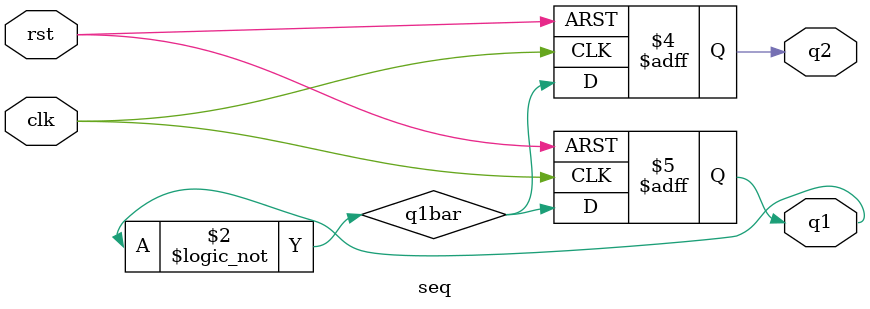
<source format=v>
module seq (clk,rst,q1,q2);
  input clk,rst;
  output q1,q2;
  
  reg q1,q2;
  wire q1bar;
  
  
  always @ (posedge clk or posedge rst)
    begin
      if (rst)   q1<=0;
      else   q1<=q1bar;
    end
  assign q1bar=!q1;
  
  always @ (posedge clk or posedge rst)
    begin
      if (rst)  q2<=0;
      else q2<= q1bar;
    end
endmodule
</source>
